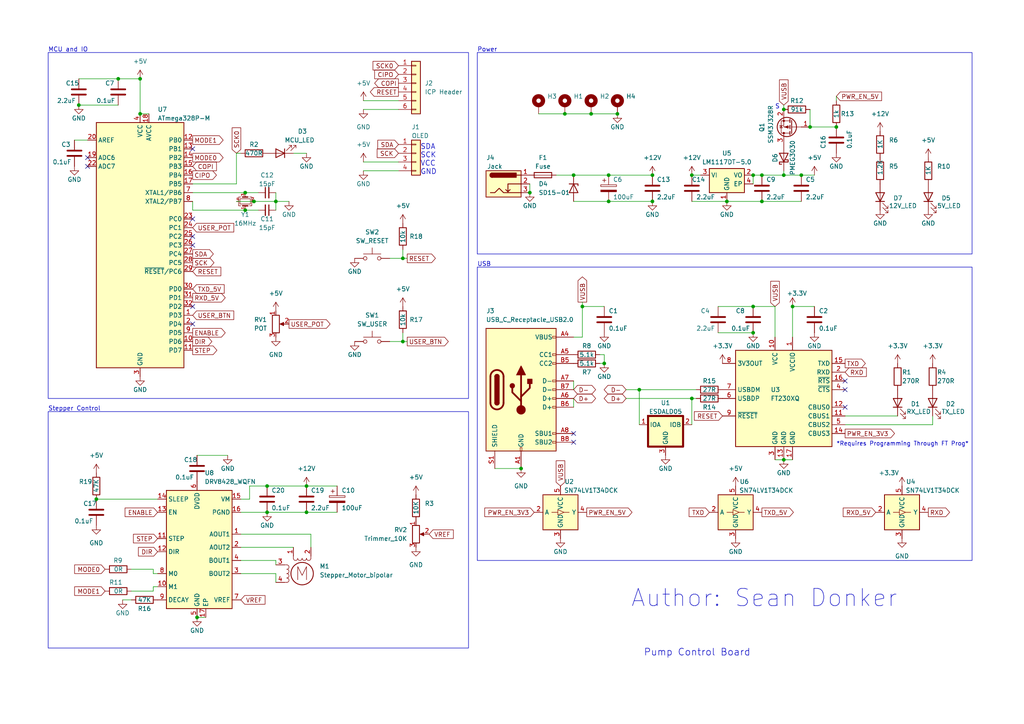
<source format=kicad_sch>
(kicad_sch (version 20230121) (generator eeschema)
  (paper "A4")
  (lib_symbols
    (symbol "Connector:Barrel_Jack_Switch_Pin3Ring" (pin_names hide)
      (property "Reference" "J" (at 0 5.334 0))
      (property "Value" "Barrel_Jack_Switch_Pin3Ring" (at 0 -5.08 0))
      (symbol "Barrel_Jack_Switch_Pin3Ring_1_1"
        (pin passive line (at 7.62 2.54 180) (length 2.54) (name "~") (number "1"))
        (pin passive line (at 7.62 0 180) (length 2.54) (name "~") (number "2"))
        (pin passive line (at 7.62 -2.54 180) (length 2.54) (name "~") (number "3"))
      )
    )
    (symbol "Connector:USB_C_Receptacle_USB2.0" (pin_names (offset 1.016))
      (property "Reference" "J" (at -10.16 19.05 0))
      (property "Value" "USB_C_Receptacle_USB2.0" (at 19.05 19.05 0))
      (symbol "USB_C_Receptacle_USB2.0_1_1"
        (pin passive line (at 0 -22.86 90) (length 5.08) (name "GND") (number "A1"))
        (pin passive line (at 0 -22.86 90) (length 5.08) hide (name "GND") (number "A12"))
        (pin passive line (at 15.24 15.24 180) (length 5.08) (name "VBUS") (number "A4"))
        (pin bidirectional line (at 15.24 10.16 180) (length 5.08) (name "CC1") (number "A5"))
        (pin bidirectional line (at 15.24 -2.54 180) (length 5.08) (name "D+") (number "A6"))
        (pin bidirectional line (at 15.24 2.54 180) (length 5.08) (name "D-") (number "A7"))
        (pin bidirectional line (at 15.24 -12.7 180) (length 5.08) (name "SBU1") (number "A8"))
        (pin passive line (at 15.24 15.24 180) (length 5.08) hide (name "VBUS") (number "A9"))
        (pin passive line (at 0 -22.86 90) (length 5.08) hide (name "GND") (number "B1"))
        (pin passive line (at 0 -22.86 90) (length 5.08) hide (name "GND") (number "B12"))
        (pin passive line (at 15.24 15.24 180) (length 5.08) hide (name "VBUS") (number "B4"))
        (pin bidirectional line (at 15.24 7.62 180) (length 5.08) (name "CC2") (number "B5"))
        (pin bidirectional line (at 15.24 -5.08 180) (length 5.08) (name "D+") (number "B6"))
        (pin bidirectional line (at 15.24 0 180) (length 5.08) (name "D-") (number "B7"))
        (pin bidirectional line (at 15.24 -15.24 180) (length 5.08) (name "SBU2") (number "B8"))
        (pin passive line (at 15.24 15.24 180) (length 5.08) hide (name "VBUS") (number "B9"))
        (pin passive line (at -7.62 -22.86 90) (length 5.08) (name "SHIELD") (number "S1"))
      )
    )
    (symbol "Connector_Generic:Conn_01x04" (pin_names (offset 1.016) hide)
      (property "Reference" "J" (at 0 5.08 0))
      (property "Value" "Conn_01x04" (at 0 -7.62 0))
      (symbol "Conn_01x04_1_1"
        (pin passive line (at -5.08 2.54 0) (length 3.81) (name "Pin_1") (number "1"))
        (pin passive line (at -5.08 0 0) (length 3.81) (name "Pin_2") (number "2"))
        (pin passive line (at -5.08 -2.54 0) (length 3.81) (name "Pin_3") (number "3"))
        (pin passive line (at -5.08 -5.08 0) (length 3.81) (name "Pin_4") (number "4"))
      )
    )
    (symbol "Connector_Generic:Conn_01x06" (pin_names (offset 1.016) hide)
      (property "Reference" "J" (at 0 7.62 0))
      (property "Value" "Conn_01x06" (at 0 -10.16 0))
      (symbol "Conn_01x06_1_1"
        (pin passive line (at -5.08 5.08 0) (length 3.81) (name "Pin_1") (number "1"))
        (pin passive line (at -5.08 2.54 0) (length 3.81) (name "Pin_2") (number "2"))
        (pin passive line (at -5.08 0 0) (length 3.81) (name "Pin_3") (number "3"))
        (pin passive line (at -5.08 -2.54 0) (length 3.81) (name "Pin_4") (number "4"))
        (pin passive line (at -5.08 -5.08 0) (length 3.81) (name "Pin_5") (number "5"))
        (pin passive line (at -5.08 -7.62 0) (length 3.81) (name "Pin_6") (number "6"))
      )
    )
    (symbol "Device:C" (pin_numbers hide) (pin_names (offset 0.254))
      (property "Reference" "C" (at 0.635 2.54 0))
      (property "Value" "C" (at 0.635 -2.54 0))
      (symbol "C_1_1"
        (pin passive line (at 0 3.81 270) (length 2.794) (name "~") (number "1"))
        (pin passive line (at 0 -3.81 90) (length 2.794) (name "~") (number "2"))
      )
    )
    (symbol "Device:C_Polarized" (pin_numbers hide) (pin_names (offset 0.254))
      (property "Reference" "C" (at 0.635 2.54 0))
      (property "Value" "C_Polarized" (at 0.635 -2.54 0))
      (symbol "C_Polarized_1_1"
        (pin passive line (at 0 3.81 270) (length 2.794) (name "~") (number "1"))
        (pin passive line (at 0 -3.81 90) (length 2.794) (name "~") (number "2"))
      )
    )
    (symbol "Device:C_Small" (pin_numbers hide) (pin_names (offset 0.254) hide)
      (property "Reference" "C" (at 0.254 1.778 0))
      (property "Value" "C_Small" (at 0.254 -2.032 0))
      (symbol "C_Small_1_1"
        (pin passive line (at 0 2.54 270) (length 2.032) (name "~") (number "1"))
        (pin passive line (at 0 -2.54 90) (length 2.032) (name "~") (number "2"))
      )
    )
    (symbol "Device:Crystal_GND24_Small" (pin_names (offset 1.016) hide)
      (property "Reference" "Y" (at 1.27 4.445 0))
      (property "Value" "Crystal_GND24_Small" (at 1.27 2.54 0))
      (symbol "Crystal_GND24_Small_1_1"
        (pin passive line (at -2.54 0 0) (length 1.27) (name "1") (number "1"))
        (pin passive line (at 0 -2.54 90) (length 0.635) (name "2") (number "2"))
        (pin passive line (at 2.54 0 180) (length 1.27) (name "3") (number "3"))
        (pin passive line (at 0 2.54 270) (length 0.635) (name "4") (number "4"))
      )
    )
    (symbol "Device:D_Schottky" (pin_numbers hide) (pin_names (offset 1.016) hide)
      (property "Reference" "D" (at 0 2.54 0))
      (property "Value" "D_Schottky" (at 0 -2.54 0))
      (symbol "D_Schottky_1_1"
        (pin passive line (at -3.81 0 0) (length 2.54) (name "K") (number "1"))
        (pin passive line (at 3.81 0 180) (length 2.54) (name "A") (number "2"))
      )
    )
    (symbol "Device:D_Zener" (pin_numbers hide) (pin_names (offset 1.016) hide)
      (property "Reference" "D" (at 0 2.54 0))
      (property "Value" "D_Zener" (at 0 -2.54 0))
      (symbol "D_Zener_1_1"
        (pin passive line (at -3.81 0 0) (length 2.54) (name "K") (number "1"))
        (pin passive line (at 3.81 0 180) (length 2.54) (name "A") (number "2"))
      )
    )
    (symbol "Device:Fuse" (pin_numbers hide) (pin_names (offset 0))
      (property "Reference" "F" (at 2.032 0 90))
      (property "Value" "Fuse" (at -1.905 0 90))
      (symbol "Fuse_1_1"
        (pin passive line (at 0 3.81 270) (length 1.27) (name "~") (number "1"))
        (pin passive line (at 0 -3.81 90) (length 1.27) (name "~") (number "2"))
      )
    )
    (symbol "Device:LED" (pin_numbers hide) (pin_names (offset 1.016) hide)
      (property "Reference" "D" (at 0 2.54 0))
      (property "Value" "LED" (at 0 -2.54 0))
      (symbol "LED_1_1"
        (pin passive line (at -3.81 0 0) (length 2.54) (name "K") (number "1"))
        (pin passive line (at 3.81 0 180) (length 2.54) (name "A") (number "2"))
      )
    )
    (symbol "Device:R" (pin_numbers hide) (pin_names (offset 0))
      (property "Reference" "R" (at 2.032 0 90))
      (property "Value" "R" (at 0 0 90))
      (symbol "R_1_1"
        (pin passive line (at 0 3.81 270) (length 1.27) (name "~") (number "1"))
        (pin passive line (at 0 -3.81 90) (length 1.27) (name "~") (number "2"))
      )
    )
    (symbol "Device:R_Potentiometer" (pin_names (offset 1.016) hide)
      (property "Reference" "RV" (at -4.445 0 90))
      (property "Value" "R_Potentiometer" (at -2.54 0 90))
      (symbol "R_Potentiometer_1_1"
        (pin passive line (at 0 3.81 270) (length 1.27) (name "1") (number "1"))
        (pin passive line (at 3.81 0 180) (length 1.27) (name "2") (number "2"))
        (pin passive line (at 0 -3.81 90) (length 1.27) (name "3") (number "3"))
      )
    )
    (symbol "Donker_Custom:DRV8428_WQFN"
      (property "Reference" "U2" (at 2.1941 19.05 0))
      (property "Value" "DRV8428_WQFN" (at 2.1941 16.51 0))
      (symbol "DRV8428_WQFN_1_1"
        (pin output line (at 12.7 1.27 180) (length 2.54) (name "AOUT1") (number "1"))
        (pin input line (at -11.43 -13.97 0) (length 2.54) (name "M1") (number "10"))
        (pin input line (at -11.43 0 0) (length 2.54) (name "STEP") (number "11"))
        (pin input line (at -11.43 -3.81 0) (length 2.54) (name "DIR") (number "12"))
        (pin bidirectional line (at -11.43 7.62 0) (length 2.54) (name "EN") (number "13"))
        (pin input line (at -11.43 11.43 0) (length 2.54) (name "SLEEP") (number "14"))
        (pin power_in line (at 12.7 11.43 180) (length 2.54) (name "VM") (number "15"))
        (pin power_in line (at 12.7 7.62 180) (length 2.54) (name "PGND") (number "16"))
        (pin passive line (at 2.54 -22.86 90) (length 2.54) (name "EP") (number "17"))
        (pin output line (at 12.7 -2.54 180) (length 2.54) (name "AOUT2") (number "2"))
        (pin output line (at 12.7 -10.16 180) (length 2.54) (name "BOUT2") (number "3"))
        (pin output line (at 12.7 -6.35 180) (length 2.54) (name "BOUT1") (number "4"))
        (pin power_in line (at 0 -22.86 90) (length 2.54) (name "GND") (number "5"))
        (pin power_in line (at 0 16.51 270) (length 2.54) (name "DVDD") (number "6"))
        (pin input line (at 12.7 -17.78 180) (length 2.54) (name "VREF") (number "7"))
        (pin input line (at -11.43 -10.16 0) (length 2.54) (name "M0") (number "8"))
        (pin input line (at -11.43 -17.78 0) (length 2.54) (name "DECAY") (number "9"))
      )
    )
    (symbol "Donker_Custom:ESDALD05"
      (property "Reference" "U" (at 0 5.715 0))
      (property "Value" "ESDALD05" (at 0 3.81 0))
      (symbol "ESDALD05_1_1"
        (pin input line (at -7.62 0 0) (length 2.54) (name "IOA") (number "1"))
        (pin input line (at 7.62 0 180) (length 2.54) (name "IOB") (number "2"))
        (pin power_in line (at 0 -8.89 90) (length 2.54) (name "GND") (number "3"))
      )
    )
    (symbol "Interface_USB:FT230XQ"
      (property "Reference" "U" (at -13.97 15.24 0))
      (property "Value" "FT230XQ" (at 7.62 15.24 0))
      (symbol "FT230XQ_1_1"
        (pin power_in line (at 2.54 17.78 270) (length 3.81) (name "VCCIO") (number "1"))
        (pin power_in line (at -2.54 17.78 270) (length 3.81) (name "VCC") (number "10"))
        (pin bidirectional line (at 17.78 -5.08 180) (length 3.81) (name "CBUS1") (number "11"))
        (pin bidirectional line (at 17.78 -2.54 180) (length 3.81) (name "CBUS0") (number "12"))
        (pin power_in line (at 0 -17.78 90) (length 3.81) (name "GND") (number "13"))
        (pin bidirectional line (at 17.78 -10.16 180) (length 3.81) (name "CBUS3") (number "14"))
        (pin output line (at 17.78 10.16 180) (length 3.81) (name "TXD") (number "15"))
        (pin output line (at 17.78 5.08 180) (length 3.81) (name "~{RTS}") (number "16"))
        (pin power_in line (at 2.54 -17.78 90) (length 3.81) (name "GND") (number "17"))
        (pin input line (at 17.78 7.62 180) (length 3.81) (name "RXD") (number "2"))
        (pin power_in line (at -2.54 -17.78 90) (length 3.81) (name "GND") (number "3"))
        (pin input line (at 17.78 2.54 180) (length 3.81) (name "~{CTS}") (number "4"))
        (pin bidirectional line (at 17.78 -7.62 180) (length 3.81) (name "CBUS2") (number "5"))
        (pin bidirectional line (at -17.78 0 0) (length 3.81) (name "USBDP") (number "6"))
        (pin bidirectional line (at -17.78 2.54 0) (length 3.81) (name "USBDM") (number "7"))
        (pin power_out line (at -17.78 10.16 0) (length 3.81) (name "3V3OUT") (number "8"))
        (pin input line (at -17.78 -5.08 0) (length 3.81) (name "~{RESET}") (number "9"))
      )
    )
    (symbol "Logic_LevelTranslator:SN74LV1T34DCK"
      (property "Reference" "U" (at 5.08 6.35 0))
      (property "Value" "SN74LV1T34DCK" (at 5.08 3.81 0))
      (symbol "SN74LV1T34DCK_1_1"
        (pin no_connect line (at -5.08 2.54 0) (length 2.54) hide (name "NC") (number "1"))
        (pin input line (at -7.62 0 0) (length 2.54) (name "A") (number "2"))
        (pin power_in line (at 0 -7.62 90) (length 2.54) (name "GND") (number "3"))
        (pin output line (at 7.62 0 180) (length 2.54) (name "Y") (number "4"))
        (pin power_in line (at 0 7.62 270) (length 2.54) (name "VCC") (number "5"))
      )
    )
    (symbol "MCU_Microchip_ATmega:ATmega328P-M"
      (property "Reference" "U" (at -12.7 36.83 0))
      (property "Value" "ATmega328P-M" (at 2.54 -36.83 0))
      (symbol "ATmega328P-M_1_1"
        (pin bidirectional line (at 15.24 -20.32 180) (length 2.54) (name "PD3") (number "1"))
        (pin bidirectional line (at 15.24 -27.94 180) (length 2.54) (name "PD6") (number "10"))
        (pin bidirectional line (at 15.24 -30.48 180) (length 2.54) (name "PD7") (number "11"))
        (pin bidirectional line (at 15.24 30.48 180) (length 2.54) (name "PB0") (number "12"))
        (pin bidirectional line (at 15.24 27.94 180) (length 2.54) (name "PB1") (number "13"))
        (pin bidirectional line (at 15.24 25.4 180) (length 2.54) (name "PB2") (number "14"))
        (pin bidirectional line (at 15.24 22.86 180) (length 2.54) (name "PB3") (number "15"))
        (pin bidirectional line (at 15.24 20.32 180) (length 2.54) (name "PB4") (number "16"))
        (pin bidirectional line (at 15.24 17.78 180) (length 2.54) (name "PB5") (number "17"))
        (pin power_in line (at 2.54 38.1 270) (length 2.54) (name "AVCC") (number "18"))
        (pin input line (at -15.24 25.4 0) (length 2.54) (name "ADC6") (number "19"))
        (pin bidirectional line (at 15.24 -22.86 180) (length 2.54) (name "PD4") (number "2"))
        (pin passive line (at -15.24 30.48 0) (length 2.54) (name "AREF") (number "20"))
        (pin passive line (at 0 -38.1 90) (length 2.54) hide (name "GND") (number "21"))
        (pin input line (at -15.24 22.86 0) (length 2.54) (name "ADC7") (number "22"))
        (pin bidirectional line (at 15.24 7.62 180) (length 2.54) (name "PC0") (number "23"))
        (pin bidirectional line (at 15.24 5.08 180) (length 2.54) (name "PC1") (number "24"))
        (pin bidirectional line (at 15.24 2.54 180) (length 2.54) (name "PC2") (number "25"))
        (pin bidirectional line (at 15.24 0 180) (length 2.54) (name "PC3") (number "26"))
        (pin bidirectional line (at 15.24 -2.54 180) (length 2.54) (name "PC4") (number "27"))
        (pin bidirectional line (at 15.24 -5.08 180) (length 2.54) (name "PC5") (number "28"))
        (pin bidirectional line (at 15.24 -7.62 180) (length 2.54) (name "~{RESET}/PC6") (number "29"))
        (pin power_in line (at 0 -38.1 90) (length 2.54) (name "GND") (number "3"))
        (pin bidirectional line (at 15.24 -12.7 180) (length 2.54) (name "PD0") (number "30"))
        (pin bidirectional line (at 15.24 -15.24 180) (length 2.54) (name "PD1") (number "31"))
        (pin bidirectional line (at 15.24 -17.78 180) (length 2.54) (name "PD2") (number "32"))
        (pin passive line (at 0 -38.1 90) (length 2.54) hide (name "GND") (number "33"))
        (pin power_in line (at 0 38.1 270) (length 2.54) (name "VCC") (number "4"))
        (pin passive line (at 0 -38.1 90) (length 2.54) hide (name "GND") (number "5"))
        (pin passive line (at 0 38.1 270) (length 2.54) hide (name "VCC") (number "6"))
        (pin bidirectional line (at 15.24 15.24 180) (length 2.54) (name "XTAL1/PB6") (number "7"))
        (pin bidirectional line (at 15.24 12.7 180) (length 2.54) (name "XTAL2/PB7") (number "8"))
        (pin bidirectional line (at 15.24 -25.4 180) (length 2.54) (name "PD5") (number "9"))
      )
    )
    (symbol "Mechanical:MountingHole_Pad" (pin_numbers hide) (pin_names (offset 1.016) hide)
      (property "Reference" "H" (at 0 6.35 0))
      (property "Value" "MountingHole_Pad" (at 0 4.445 0))
      (symbol "MountingHole_Pad_1_1"
        (pin input line (at 0 -2.54 90) (length 2.54) (name "1") (number "1"))
      )
    )
    (symbol "Motor:Stepper_Motor_bipolar" (pin_names (offset 0) hide)
      (property "Reference" "M" (at 3.81 2.54 0))
      (property "Value" "Stepper_Motor_bipolar" (at 3.81 1.27 0))
      (symbol "Stepper_Motor_bipolar_1_1"
        (pin passive line (at -2.54 7.62 270) (length 2.54) (name "~") (number "1"))
        (pin passive line (at 2.54 7.62 270) (length 2.54) (name "-") (number "2"))
        (pin passive line (at -7.62 2.54 0) (length 2.54) (name "~") (number "3"))
        (pin passive line (at -7.62 -2.54 0) (length 2.54) (name "~") (number "4"))
      )
    )
    (symbol "Regulator_Linear:LM1117DT-5.0"
      (property "Reference" "U5" (at 0 6.35 0))
      (property "Value" "LM1117DT-5.0" (at 0 3.81 0))
      (symbol "LM1117DT-5.0_1_1"
        (pin power_in line (at 0 -7.62 90) (length 2.54) (name "GND") (number "1"))
        (pin power_out line (at 7.62 0 180) (length 2.54) (name "VO") (number "2"))
        (pin power_in line (at -7.62 0 0) (length 2.54) (name "VI") (number "3"))
        (pin passive line (at 7.62 -2.54 180) (length 2.54) (name "EP") (number "4"))
      )
    )
    (symbol "Switch:SW_Push" (pin_numbers hide) (pin_names (offset 1.016) hide)
      (property "Reference" "SW" (at 1.27 2.54 0))
      (property "Value" "SW_Push" (at 0 -1.524 0))
      (symbol "SW_Push_0_1"
        (pin passive line (at -5.08 0 0) (length 2.54) (name "1") (number "1"))
        (pin passive line (at 5.08 0 180) (length 2.54) (name "2") (number "2"))
      )
    )
    (symbol "Transistor_FET:AO3401A" (pin_names hide)
      (property "Reference" "Q" (at 5.08 1.905 0))
      (property "Value" "AO3401A" (at 5.08 0 0))
      (symbol "AO3401A_1_1"
        (pin input line (at -5.08 0 0) (length 2.54) (name "G") (number "1"))
        (pin passive line (at 2.54 -5.08 90) (length 2.54) (name "S") (number "2"))
        (pin passive line (at 2.54 5.08 270) (length 2.54) (name "D") (number "3"))
      )
    )
    (symbol "power:+12V" (power) (pin_names (offset 0))
      (property "Value" "+12V" (at 0 3.556 0))
      (symbol "+12V_1_1"
        (pin power_in line (at 0 0 90) (length 0) hide (name "+12V") (number "1"))
      )
    )
    (symbol "power:+3.3V" (power) (pin_names (offset 0))
      (property "Value" "+3.3V" (at 0 3.556 0))
      (symbol "+3.3V_1_1"
        (pin power_in line (at 0 0 90) (length 0) hide (name "+3.3V") (number "1"))
      )
    )
    (symbol "power:+5V" (power) (pin_names (offset 0))
      (property "Value" "+5V" (at 0 3.556 0))
      (symbol "+5V_1_1"
        (pin power_in line (at 0 0 90) (length 0) hide (name "+5V") (number "1"))
      )
    )
    (symbol "power:GND" (power) (pin_names (offset 0))
      (property "Value" "GND" (at 0 -3.81 0))
      (symbol "GND_1_1"
        (pin power_in line (at 0 0 270) (length 0) hide (name "GND") (number "1"))
      )
    )
  )
  (junction (at 73.66 58.42))
  (junction (at 210.82 58.42))
  (junction (at 153.67 55.88))
  (junction (at 220.98 50.8))
  (junction (at 168.91 88.9))
  (junction (at 176.53 50.8))
  (junction (at 175.26 105.41))
  (junction (at 227.33 31.75))
  (junction (at 218.44 50.8))
  (junction (at 71.12 55.88))
  (junction (at 88.9 140.97))
  (junction (at 116.84 99.06))
  (junction (at 227.33 133.35))
  (junction (at 189.23 58.42))
  (junction (at 218.44 96.52))
  (junction (at 34.29 22.86))
  (junction (at 200.66 115.57))
  (junction (at 220.98 58.42))
  (junction (at 234.95 36.83))
  (junction (at 218.44 88.9))
  (junction (at 200.66 50.8))
  (junction (at 77.47 140.97))
  (junction (at 166.37 50.8))
  (junction (at 242.57 36.83))
  (junction (at 179.07 33.02))
  (junction (at 163.83 33.02))
  (junction (at 232.41 50.8))
  (junction (at 22.86 30.48))
  (junction (at 40.64 33.02))
  (junction (at 88.9 148.59))
  (junction (at 80.01 58.42))
  (junction (at 189.23 50.8))
  (junction (at 227.33 50.8))
  (junction (at 176.53 58.42))
  (junction (at 185.42 113.03))
  (junction (at 151.13 135.89))
  (junction (at 27.94 144.78))
  (junction (at 71.12 60.96))
  (junction (at 40.64 22.86))
  (junction (at 57.15 179.07))
  (junction (at 116.84 74.93))
  (junction (at 77.47 148.59))
  (junction (at 171.45 33.02))
  (junction (at 229.87 88.9))
  (no_connect (at 55.88 93.98))
  (no_connect (at 25.4 45.72))
  (no_connect (at 55.88 68.58))
  (no_connect (at 55.88 71.12))
  (no_connect (at 245.11 110.49))
  (no_connect (at 25.4 48.26))
  (no_connect (at 245.11 113.03))
  (no_connect (at 55.88 43.18))
  (no_connect (at 55.88 88.9))
  (no_connect (at 166.37 128.27))
  (no_connect (at 166.37 125.73))
  (no_connect (at 55.88 63.5))
  (no_connect (at 245.11 118.11))
  (wire (pts (xy 80.01 58.42) (xy 80.01 60.96)))
  (wire (pts (xy 173.99 105.41) (xy 175.26 105.41)))
  (wire (pts (xy 161.29 50.8) (xy 166.37 50.8)))
  (wire (pts (xy 27.94 144.78) (xy 45.72 144.78)))
  (wire (pts (xy 45.72 170.18) (xy 44.45 170.18)))
  (wire (pts (xy 105.41 29.21) (xy 115.57 29.21)))
  (wire (pts (xy 44.45 166.37) (xy 45.72 166.37)))
  (wire (pts (xy 80.01 55.88) (xy 80.01 58.42)))
  (wire (pts (xy 68.58 58.42) (xy 73.66 58.42)))
  (wire (pts (xy 185.42 113.03) (xy 181.61 113.03)))
  (wire (pts (xy 224.79 133.35) (xy 227.33 133.35)))
  (wire (pts (xy 245.11 120.65) (xy 260.35 120.65)))
  (wire (pts (xy 44.45 170.18) (xy 44.45 171.45)))
  (wire (pts (xy 105.41 31.75) (xy 115.57 31.75)))
  (wire (pts (xy 71.12 55.88) (xy 74.93 55.88)))
  (wire (pts (xy 105.41 49.53) (xy 115.57 49.53)))
  (wire (pts (xy 57.15 179.07) (xy 59.69 179.07)))
  (wire (pts (xy 69.85 162.56) (xy 80.01 162.56)))
  (wire (pts (xy 227.33 50.8) (xy 232.41 50.8)))
  (wire (pts (xy 34.29 22.86) (xy 40.64 22.86)))
  (wire (pts (xy 208.28 96.52) (xy 218.44 96.52)))
  (wire (pts (xy 68.58 44.45) (xy 68.58 53.34)))
  (wire (pts (xy 85.09 44.45) (xy 88.9 44.45)))
  (wire (pts (xy 166.37 50.8) (xy 176.53 50.8)))
  (wire (pts (xy 143.51 135.89) (xy 151.13 135.89)))
  (wire (pts (xy 73.66 58.42) (xy 80.01 58.42)))
  (wire (pts (xy 200.66 115.57) (xy 201.93 115.57)))
  (wire (pts (xy 163.83 33.02) (xy 171.45 33.02)))
  (wire (pts (xy 153.67 53.34) (xy 153.67 55.88)))
  (wire (pts (xy 68.58 53.34) (xy 55.88 53.34)))
  (wire (pts (xy 166.37 58.42) (xy 176.53 58.42)))
  (wire (pts (xy 229.87 88.9) (xy 229.87 97.79)))
  (wire (pts (xy 116.84 96.52) (xy 116.84 99.06)))
  (wire (pts (xy 171.45 33.02) (xy 179.07 33.02)))
  (wire (pts (xy 245.11 123.19) (xy 270.51 123.19)))
  (wire (pts (xy 229.87 88.9) (xy 236.22 88.9)))
  (wire (pts (xy 22.86 22.86) (xy 34.29 22.86)))
  (wire (pts (xy 166.37 115.57) (xy 166.37 118.11)))
  (wire (pts (xy 156.21 33.02) (xy 163.83 33.02)))
  (wire (pts (xy 220.98 50.8) (xy 227.33 50.8)))
  (wire (pts (xy 200.66 58.42) (xy 210.82 58.42)))
  (wire (pts (xy 40.64 33.02) (xy 43.18 33.02)))
  (wire (pts (xy 80.01 166.37) (xy 80.01 168.91)))
  (wire (pts (xy 168.91 88.9) (xy 175.26 88.9)))
  (wire (pts (xy 22.86 30.48) (xy 34.29 30.48)))
  (wire (pts (xy 71.12 60.96) (xy 74.93 60.96)))
  (wire (pts (xy 77.47 148.59) (xy 88.9 148.59)))
  (wire (pts (xy 224.79 88.9) (xy 224.79 97.79)))
  (wire (pts (xy 227.33 30.48) (xy 227.33 31.75)))
  (wire (pts (xy 218.44 50.8) (xy 220.98 50.8)))
  (wire (pts (xy 69.85 148.59) (xy 77.47 148.59)))
  (wire (pts (xy 208.28 88.9) (xy 218.44 88.9)))
  (wire (pts (xy 176.53 50.8) (xy 189.23 50.8)))
  (wire (pts (xy 88.9 148.59) (xy 97.79 148.59)))
  (wire (pts (xy 90.17 154.94) (xy 90.17 158.75)))
  (wire (pts (xy 105.41 46.99) (xy 115.57 46.99)))
  (wire (pts (xy 69.85 144.78) (xy 72.39 144.78)))
  (wire (pts (xy 181.61 115.57) (xy 200.66 115.57)))
  (wire (pts (xy 242.57 27.94) (xy 242.57 29.21)))
  (wire (pts (xy 68.58 44.45) (xy 69.85 44.45)))
  (wire (pts (xy 113.03 74.93) (xy 116.84 74.93)))
  (wire (pts (xy 44.45 171.45) (xy 38.1 171.45)))
  (wire (pts (xy 55.88 55.88) (xy 71.12 55.88)))
  (wire (pts (xy 113.03 99.06) (xy 116.84 99.06)))
  (wire (pts (xy 72.39 144.78) (xy 72.39 140.97)))
  (wire (pts (xy 21.59 40.64) (xy 25.4 40.64)))
  (wire (pts (xy 40.64 22.86) (xy 40.64 33.02)))
  (wire (pts (xy 218.44 88.9) (xy 224.79 88.9)))
  (wire (pts (xy 116.84 99.06) (xy 118.11 99.06)))
  (wire (pts (xy 38.1 165.1) (xy 44.45 165.1)))
  (wire (pts (xy 44.45 165.1) (xy 44.45 166.37)))
  (wire (pts (xy 35.56 173.99) (xy 38.1 173.99)))
  (wire (pts (xy 210.82 58.42) (xy 220.98 58.42)))
  (wire (pts (xy 80.01 162.56) (xy 80.01 163.83)))
  (wire (pts (xy 200.66 123.19) (xy 200.66 115.57)))
  (wire (pts (xy 69.85 158.75) (xy 85.09 158.75)))
  (wire (pts (xy 175.26 102.87) (xy 175.26 105.41)))
  (wire (pts (xy 116.84 72.39) (xy 116.84 74.93)))
  (wire (pts (xy 232.41 50.8) (xy 236.22 50.8)))
  (wire (pts (xy 55.88 60.96) (xy 71.12 60.96)))
  (wire (pts (xy 166.37 110.49) (xy 166.37 113.03)))
  (wire (pts (xy 72.39 140.97) (xy 77.47 140.97)))
  (wire (pts (xy 168.91 88.9) (xy 168.91 97.79)))
  (wire (pts (xy 234.95 36.83) (xy 242.57 36.83)))
  (wire (pts (xy 77.47 140.97) (xy 88.9 140.97)))
  (wire (pts (xy 220.98 58.42) (xy 232.41 58.42)))
  (wire (pts (xy 176.53 58.42) (xy 189.23 58.42)))
  (wire (pts (xy 227.33 133.35) (xy 229.87 133.35)))
  (wire (pts (xy 185.42 123.19) (xy 185.42 113.03)))
  (wire (pts (xy 227.33 49.53) (xy 227.33 50.8)))
  (wire (pts (xy 270.51 120.65) (xy 270.51 123.19)))
  (wire (pts (xy 168.91 87.63) (xy 168.91 88.9)))
  (wire (pts (xy 175.26 102.87) (xy 173.99 102.87)))
  (wire (pts (xy 88.9 140.97) (xy 97.79 140.97)))
  (wire (pts (xy 69.85 154.94) (xy 90.17 154.94)))
  (wire (pts (xy 234.95 31.75) (xy 234.95 36.83)))
  (wire (pts (xy 218.44 50.8) (xy 218.44 53.34)))
  (wire (pts (xy 116.84 74.93) (xy 118.11 74.93)))
  (wire (pts (xy 80.01 58.42) (xy 83.82 58.42)))
  (wire (pts (xy 57.15 132.08) (xy 66.04 132.08)))
  (wire (pts (xy 200.66 50.8) (xy 203.2 50.8)))
  (wire (pts (xy 55.88 58.42) (xy 55.88 60.96)))
  (wire (pts (xy 185.42 113.03) (xy 201.93 113.03)))
  (wire (pts (xy 166.37 97.79) (xy 168.91 97.79)))
  (wire (pts (xy 69.85 166.37) (xy 80.01 166.37)))
  (rectangle (start 138.43 15.24) (end 281.94 73.66))
  (rectangle (start 13.97 15.24) (end 135.89 115.57))
  (rectangle (start 138.43 77.47) (end 281.94 162.56))
  (rectangle (start 13.97 119.38) (end 135.89 187.96))
  (text "S" (at 224.79 31.75 0) (effects (font (size 1.27 1.27)) (justify left bottom)))
  (text "Author: Sean Donker" (at 182.88 176.53 0) (effects (font (size 5 5)) (justify left bottom)))
  (text "SDA\nSCK\nVCC\nGND" (at 121.92 50.8 0) (effects (font (size 1.5 1.5)) (justify left bottom)))
  (text "USB" (at 138.43 77.47 0) (effects (font (size 1.27 1.27)) (justify left bottom)))
  (text "MCU and IO" (at 13.97 15.24 0) (effects (font (size 1.27 1.27)) (justify left bottom)))
  (text "Stepper Control" (at 13.97 119.38 0) (effects (font (size 1.27 1.27)) (justify left bottom)))
  (text "Power" (at 138.43 15.24 0) (effects (font (size 1.27 1.27)) (justify left bottom)))
  (text "Pump Control Board" (at 186.69 190.5 0) (effects (font (size 2 2)) (justify left bottom)))
  (text "*Requires Programming Through FT Prog*" (at 242.57 129.54 0) (effects (font (size 1.2 1.2)) (justify left bottom)))
  (global_label "MODE0" (shape output) (at 55.88 45.72 0) (property "Intersheetrefs" "${INTERSHEET_REFS}" (effects hide)))
  (global_label "USER_POT" (shape input) (at 55.88 66.04 0) (property "Intersheetrefs" "${INTERSHEET_REFS}" (effects hide)))
  (global_label "TXD_5V" (shape output) (at 220.98 148.59 0) (property "Intersheetrefs" "${INTERSHEET_REFS}" (effects hide)))
  (global_label "PWR_EN_3V3" (shape output) (at 245.11 125.73 0) (property "Intersheetrefs" "${INTERSHEET_REFS}" (effects hide)))
  (global_label "TXD" (shape input) (at 205.74 148.59 180) (property "Intersheetrefs" "${INTERSHEET_REFS}" (effects hide)))
  (global_label "VUSB" (shape input) (at 162.56 140.97 90) (property "Intersheetrefs" "${INTERSHEET_REFS}" (effects hide)))
  (global_label "SCK0" (shape input) (at 115.57 19.05 180) (property "Intersheetrefs" "${INTERSHEET_REFS}" (effects hide)))
  (global_label "VUSB" (shape input) (at 224.79 88.9 90) (property "Intersheetrefs" "${INTERSHEET_REFS}" (effects hide)))
  (global_label "STEP" (shape output) (at 55.88 101.6 0) (property "Intersheetrefs" "${INTERSHEET_REFS}" (effects hide)))
  (global_label "MODE1" (shape input) (at 30.48 171.45 180) (property "Intersheetrefs" "${INTERSHEET_REFS}" (effects hide)))
  (global_label "SCK0" (shape input) (at 68.58 44.45 90) (property "Intersheetrefs" "${INTERSHEET_REFS}" (effects hide)))
  (global_label "RESET" (shape output) (at 118.11 74.93 0) (property "Intersheetrefs" "${INTERSHEET_REFS}" (effects hide)))
  (global_label "D+" (shape bidirectional) (at 181.61 115.57 180) (property "Intersheetrefs" "${INTERSHEET_REFS}" (effects hide)))
  (global_label "D-" (shape bidirectional) (at 166.37 113.03 0) (property "Intersheetrefs" "${INTERSHEET_REFS}" (effects hide)))
  (global_label "PWR_EN_3V3" (shape input) (at 154.94 148.59 180) (property "Intersheetrefs" "${INTERSHEET_REFS}" (effects hide)))
  (global_label "MODE1" (shape output) (at 55.88 40.64 0) (property "Intersheetrefs" "${INTERSHEET_REFS}" (effects hide)))
  (global_label "RXD" (shape input) (at 245.11 107.95 0) (property "Intersheetrefs" "${INTERSHEET_REFS}" (effects hide)))
  (global_label "TXD_5V" (shape input) (at 55.88 83.82 0) (property "Intersheetrefs" "${INTERSHEET_REFS}" (effects hide)))
  (global_label "MODE0" (shape input) (at 30.48 165.1 180) (property "Intersheetrefs" "${INTERSHEET_REFS}" (effects hide)))
  (global_label "CIPO" (shape input) (at 115.57 21.59 180) (property "Intersheetrefs" "${INTERSHEET_REFS}" (effects hide)))
  (global_label "STEP" (shape input) (at 45.72 156.21 180) (property "Intersheetrefs" "${INTERSHEET_REFS}" (effects hide)))
  (global_label "PWR_EN_5V" (shape output) (at 170.18 148.59 0) (property "Intersheetrefs" "${INTERSHEET_REFS}" (effects hide)))
  (global_label "SCK" (shape input) (at 115.57 44.45 180) (property "Intersheetrefs" "${INTERSHEET_REFS}" (effects hide)))
  (global_label "COPI" (shape output) (at 115.57 24.13 180) (property "Intersheetrefs" "${INTERSHEET_REFS}" (effects hide)))
  (global_label "RXD" (shape output) (at 269.24 148.59 0) (property "Intersheetrefs" "${INTERSHEET_REFS}" (effects hide)))
  (global_label "RESET" (shape input) (at 209.55 120.65 180) (property "Intersheetrefs" "${INTERSHEET_REFS}" (effects hide)))
  (global_label "DIR" (shape output) (at 55.88 99.06 0) (property "Intersheetrefs" "${INTERSHEET_REFS}" (effects hide)))
  (global_label "CIPO" (shape output) (at 55.88 50.8 0) (property "Intersheetrefs" "${INTERSHEET_REFS}" (effects hide)))
  (global_label "VREF" (shape input) (at 69.85 173.99 0) (property "Intersheetrefs" "${INTERSHEET_REFS}" (effects hide)))
  (global_label "RESET" (shape output) (at 115.57 26.67 180) (property "Intersheetrefs" "${INTERSHEET_REFS}" (effects hide)))
  (global_label "SDA" (shape input) (at 115.57 41.91 180) (property "Intersheetrefs" "${INTERSHEET_REFS}" (effects hide)))
  (global_label "VREF" (shape input) (at 124.46 154.94 0) (property "Intersheetrefs" "${INTERSHEET_REFS}" (effects hide)))
  (global_label "COPI" (shape input) (at 55.88 48.26 0) (property "Intersheetrefs" "${INTERSHEET_REFS}" (effects hide)))
  (global_label "USER_POT" (shape output) (at 83.82 93.98 0) (property "Intersheetrefs" "${INTERSHEET_REFS}" (effects hide)))
  (global_label "VUSB" (shape output) (at 168.91 87.63 90) (property "Intersheetrefs" "${INTERSHEET_REFS}" (effects hide)))
  (global_label "D-" (shape bidirectional) (at 181.61 113.03 180) (property "Intersheetrefs" "${INTERSHEET_REFS}" (effects hide)))
  (global_label "DIR" (shape input) (at 45.72 160.02 180) (property "Intersheetrefs" "${INTERSHEET_REFS}" (effects hide)))
  (global_label "USER_BTN" (shape input) (at 55.88 91.44 0) (property "Intersheetrefs" "${INTERSHEET_REFS}" (effects hide)))
  (global_label "ENABLE" (shape input) (at 45.72 148.59 180) (property "Intersheetrefs" "${INTERSHEET_REFS}" (effects hide)))
  (global_label "SCK" (shape output) (at 55.88 76.2 0) (property "Intersheetrefs" "${INTERSHEET_REFS}" (effects hide)))
  (global_label "ENABLE" (shape output) (at 55.88 96.52 0) (property "Intersheetrefs" "${INTERSHEET_REFS}" (effects hide)))
  (global_label "RESET" (shape input) (at 55.88 78.74 0) (property "Intersheetrefs" "${INTERSHEET_REFS}" (effects hide)))
  (global_label "RXD_5V" (shape output) (at 55.88 86.36 0) (property "Intersheetrefs" "${INTERSHEET_REFS}" (effects hide)))
  (global_label "VUSB" (shape input) (at 227.33 30.48 90) (property "Intersheetrefs" "${INTERSHEET_REFS}" (effects hide)))
  (global_label "D+" (shape bidirectional) (at 166.37 115.57 0) (property "Intersheetrefs" "${INTERSHEET_REFS}" (effects hide)))
  (global_label "PWR_EN_5V" (shape input) (at 242.57 27.94 0) (property "Intersheetrefs" "${INTERSHEET_REFS}" (effects hide)))
  (global_label "TXD" (shape output) (at 245.11 105.41 0) (property "Intersheetrefs" "${INTERSHEET_REFS}" (effects hide)))
  (global_label "SDA" (shape output) (at 55.88 73.66 0) (property "Intersheetrefs" "${INTERSHEET_REFS}" (effects hide)))
  (global_label "USER_BTN" (shape output) (at 118.11 99.06 0) (property "Intersheetrefs" "${INTERSHEET_REFS}" (effects hide)))
  (global_label "RXD_5V" (shape input) (at 254 148.59 180) (property "Intersheetrefs" "${INTERSHEET_REFS}" (effects hide)))
  (symbol (lib_id "power:GND") (at 83.82 58.42 0) (unit 1)
    (property "Reference" "#PWR013" (effects hide))
    (property "Value" "GND" (at 83.82 62.23 0))
  )
  (symbol (lib_id "power:+5V") (at 236.22 50.8 0) (unit 1)
    (property "Reference" "#PWR043" (effects hide))
    (property "Value" "+5V" (at 236.22 45.72 0))
  )
  (symbol (lib_id "Device:R") (at 116.84 92.71 0) (unit 1)
    (property "Reference" "R17" (at 118.745 92.71 0) (effects (justify left)))
    (property "Value" "10k" (at 116.84 94.615 90) (effects (justify left)))
    (property "Footprint" "Resistor_SMD:R_0603_1608Metric_Pad0.98x0.95mm_HandSolder" (effects hide))
  )
  (symbol (lib_id "Device:R") (at 73.66 44.45 90) (unit 1)
    (property "Reference" "R2" (at 73.66 41.91 90))
    (property "Value" "470R" (at 73.66 44.45 90))
    (property "Footprint" "Resistor_SMD:R_0603_1608Metric_Pad0.98x0.95mm_HandSolder" (effects hide))
  )
  (symbol (lib_id "Motor:Stepper_Motor_bipolar") (at 87.63 166.37 0) (unit 1)
    (property "Reference" "M1" (at 92.71 164.2491 0) (effects (justify left)))
    (property "Value" "Stepper_Motor_bipolar" (at 92.71 166.7891 0) (effects (justify left)))
    (property "Footprint" "Connector_JST:JST_XH_B4B-XH-A_1x04_P2.50mm_Vertical" (effects hide))
    (property "Datasheet" "http://www.infineon.com/dgdl/Application-Note-TLE8110EE_driving_UniPolarStepperMotor_V1.1.pdf?fileId=db3a30431be39b97011be5d0aa0a00b0" (effects hide))
  )
  (symbol (lib_id "power:GND") (at 242.57 44.45 0) (unit 1)
    (property "Reference" "#PWR045" (effects hide))
    (property "Value" "GND" (at 242.57 48.26 0))
  )
  (symbol (lib_id "power:GND") (at 105.41 49.53 0) (unit 1)
    (property "Reference" "#PWR021" (effects hide))
    (property "Value" "GND" (at 105.41 53.34 0))
  )
  (symbol (lib_id "Connector:Barrel_Jack_Switch_Pin3Ring") (at 146.05 53.34 0) (unit 1)
    (property "Reference" "J4" (at 142.24 45.72 0))
    (property "Value" "Jack" (at 143.51 48.26 0))
    (property "Footprint" "Connector_BarrelJack:BarrelJack_GCT_DCJ200-10-A_Horizontal" (effects hide))
  )
  (symbol (lib_id "Donker_Custom:ESDALD05") (at 193.04 123.19 0) (unit 1)
    (property "Reference" "U1" (at 193.04 116.84 0))
    (property "Value" "ESDALD05" (at 193.04 119.38 0))
    (property "Footprint" "Package_TO_SOT_SMD:SOT-23-3" (effects hide))
  )
  (symbol (lib_id "power:GND") (at 175.26 105.41 0) (unit 1)
    (property "Reference" "#PWR030" (effects hide))
    (property "Value" "GND" (at 175.26 109.22 0))
  )
  (symbol (lib_id "Device:R") (at 41.91 173.99 90) (unit 1)
    (property "Reference" "R16" (at 41.91 176.53 90))
    (property "Value" "47K" (at 41.91 173.99 90))
    (property "Footprint" "Resistor_SMD:R_0603_1608Metric_Pad0.98x0.95mm_HandSolder" (effects hide))
  )
  (symbol (lib_id "Device:R") (at 260.35 109.22 180) (unit 1)
    (property "Reference" "R1" (at 261.62 107.95 0) (effects (justify right)))
    (property "Value" "270R" (at 261.62 110.49 0) (effects (justify right)))
    (property "Footprint" "Resistor_SMD:R_0603_1608Metric_Pad0.98x0.95mm_HandSolder" (effects hide))
  )
  (symbol (lib_id "power:GND") (at 35.56 173.99 0) (unit 1)
    (property "Reference" "#PWR05" (effects hide))
    (property "Value" "GND" (at 35.56 177.8 0))
  )
  (symbol (lib_id "power:+5V") (at 80.01 90.17 0) (unit 1)
    (property "Reference" "#PWR011" (effects hide))
    (property "Value" "+5V" (at 80.01 85.09 0))
  )
  (symbol (lib_id "Device:C") (at 189.23 54.61 0) (unit 1)
    (property "Reference" "C13" (at 190.5 52.07 0) (effects (justify left)))
    (property "Value" "2.2uF" (at 190.5 57.15 0) (effects (justify left)))
    (property "Footprint" "Capacitor_SMD:C_0603_1608Metric_Pad1.08x0.95mm_HandSolder" (effects hide))
  )
  (symbol (lib_id "Device:R") (at 270.51 109.22 180) (unit 1)
    (property "Reference" "R4" (at 271.78 107.95 0) (effects (justify right)))
    (property "Value" "270R" (at 271.78 110.49 0) (effects (justify right)))
    (property "Footprint" "Resistor_SMD:R_0603_1608Metric_Pad0.98x0.95mm_HandSolder" (effects hide))
  )
  (symbol (lib_id "power:GND") (at 189.23 58.42 0) (unit 1)
    (property "Reference" "#PWR033" (effects hide))
    (property "Value" "GND" (at 189.23 62.23 0))
  )
  (symbol (lib_id "power:+3.3V") (at 229.87 88.9 0) (unit 1)
    (property "Reference" "#PWR042" (effects hide))
    (property "Value" "+3.3V" (at 231.14 85.09 0))
  )
  (symbol (lib_id "power:GND") (at 66.04 132.08 0) (unit 1)
    (property "Reference" "#PWR09" (effects hide))
    (property "Value" "GND" (at 66.04 135.89 0))
  )
  (symbol (lib_id "Device:R") (at 231.14 31.75 270) (unit 1)
    (property "Reference" "R12" (at 231.14 29.21 90))
    (property "Value" "91k" (at 231.14 31.75 90))
    (property "Footprint" "Resistor_SMD:R_0603_1608Metric_Pad0.98x0.95mm_HandSolder" (effects hide))
  )
  (symbol (lib_id "Device:R") (at 170.18 102.87 90) (unit 1)
    (property "Reference" "R8" (at 170.18 100.33 90))
    (property "Value" "5.1k" (at 170.18 102.87 90))
    (property "Footprint" "Resistor_SMD:R_0603_1608Metric_Pad0.98x0.95mm_HandSolder" (effects hide))
  )
  (symbol (lib_id "Logic_LevelTranslator:SN74LV1T34DCK") (at 261.62 148.59 0) (unit 1)
    (property "Reference" "U4" (at 264.16 139.7 0))
    (property "Value" "SN74LV1T34DCK" (at 270.51 142.24 0))
    (property "Footprint" "Package_TO_SOT_SMD:SOT-353_SC-70-5" (effects hide))
    (property "Datasheet" "https://www.ti.com/lit/ds/symlink/sn74lv1t34.pdf" (effects hide))
  )
  (symbol (lib_id "Connector_Generic:Conn_01x06") (at 120.65 24.13 0) (unit 1)
    (property "Reference" "J2" (at 123.19 24.13 0) (effects (justify left)))
    (property "Value" "ICP Header" (at 123.19 26.67 0) (effects (justify left)))
    (property "Footprint" "Connector_PinHeader_2.54mm:PinHeader_1x06_P2.54mm_Vertical" (effects hide))
  )
  (symbol (lib_id "power:GND") (at 261.62 156.21 0) (unit 1)
    (property "Reference" "#PWR050" (effects hide))
    (property "Value" "GND" (at 261.62 161.29 0))
  )
  (symbol (lib_id "Device:R") (at 269.24 49.53 180) (unit 1)
    (property "Reference" "R10" (at 271.78 48.26 0) (effects (justify right)))
    (property "Value" "1K" (at 269.24 50.8 90) (effects (justify right)))
    (property "Footprint" "Resistor_SMD:R_0603_1608Metric_Pad0.98x0.95mm_HandSolder" (effects hide))
  )
  (symbol (lib_id "Switch:SW_Push") (at 107.95 74.93 0) (unit 1)
    (property "Reference" "SW2" (at 107.95 67.31 0))
    (property "Value" "SW_RESET" (at 107.95 69.85 0))
    (property "Footprint" "Button_Switch_THT:SW_PUSH_6mm" (effects hide))
  )
  (symbol (lib_id "Device:C") (at 242.57 40.64 0) (unit 1)
    (property "Reference" "C16" (at 238.76 43.18 90) (effects (justify left)))
    (property "Value" "0.1uF" (at 246.38 43.18 90) (effects (justify left)))
    (property "Footprint" "Capacitor_SMD:C_0603_1608Metric_Pad1.08x0.95mm_HandSolder" (effects hide))
  )
  (symbol (lib_id "power:GND") (at 80.01 97.79 0) (unit 1)
    (property "Reference" "#PWR012" (effects hide))
    (property "Value" "GND" (at 80.01 102.87 0))
  )
  (symbol (lib_id "Device:C") (at 22.86 26.67 0) (unit 1)
    (property "Reference" "C15" (at 19.05 24.13 0) (effects (justify left)))
    (property "Value" "2.2uF" (at 16.51 29.21 0) (effects (justify left)))
    (property "Footprint" "Capacitor_SMD:C_0603_1608Metric_Pad1.08x0.95mm_HandSolder" (effects hide))
  )
  (symbol (lib_id "Device:C") (at 232.41 54.61 0) (unit 1)
    (property "Reference" "C5" (at 233.68 52.07 0) (effects (justify left)))
    (property "Value" "2.2uF" (at 233.68 57.15 0) (effects (justify left)))
    (property "Footprint" "Capacitor_SMD:C_0603_1608Metric_Pad1.08x0.95mm_HandSolder" (effects hide))
  )
  (symbol (lib_id "power:+5V") (at 116.84 64.77 0) (unit 1)
    (property "Reference" "#PWR022" (effects hide))
    (property "Value" "+5V" (at 116.84 59.69 0))
  )
  (symbol (lib_id "Device:C") (at 175.26 92.71 0) (unit 1)
    (property "Reference" "C1" (at 176.53 90.17 0) (effects (justify left)))
    (property "Value" "0.1uF" (at 176.53 95.25 0) (effects (justify left)))
    (property "Footprint" "Capacitor_SMD:C_0603_1608Metric_Pad1.08x0.95mm_HandSolder" (effects hide))
  )
  (symbol (lib_id "power:GND") (at 255.27 60.96 0) (unit 1)
    (property "Reference" "#PWR047" (effects hide))
    (property "Value" "GND" (at 255.27 64.77 0))
  )
  (symbol (lib_id "power:+3.3V") (at 261.62 140.97 0) (unit 1)
    (property "Reference" "#PWR049" (effects hide))
    (property "Value" "+3.3V" (at 257.81 137.16 0))
  )
  (symbol (lib_id "Device:R") (at 205.74 113.03 90) (unit 1)
    (property "Reference" "R15" (at 205.74 110.49 90))
    (property "Value" "27R" (at 205.74 113.03 90))
    (property "Footprint" "Resistor_SMD:R_0402_1005Metric_Pad0.72x0.64mm_HandSolder" (effects hide))
  )
  (symbol (lib_id "Device:R") (at 242.57 33.02 180) (unit 1)
    (property "Reference" "R13" (at 243.84 33.02 0) (effects (justify right)))
    (property "Value" "1k" (at 242.57 34.29 90) (effects (justify right)))
    (property "Footprint" "Resistor_SMD:R_0603_1608Metric_Pad0.98x0.95mm_HandSolder" (effects hide))
  )
  (symbol (lib_id "power:GND") (at 57.15 179.07 0) (unit 1)
    (property "Reference" "#PWR08" (effects hide))
    (property "Value" "GND" (at 57.15 182.88 0))
  )
  (symbol (lib_id "Switch:SW_Push") (at 107.95 99.06 0) (unit 1)
    (property "Reference" "SW1" (at 107.95 91.44 0))
    (property "Value" "SW_USER" (at 107.95 93.98 0))
    (property "Footprint" "Button_Switch_THT:SW_PUSH-12mm" (effects hide))
  )
  (symbol (lib_id "Device:C") (at 57.15 135.89 0) (unit 1)
    (property "Reference" "C18" (at 53.34 133.35 0) (effects (justify left)))
    (property "Value" "0.1uF" (at 50.8 138.43 0) (effects (justify left)))
    (property "Footprint" "Capacitor_SMD:C_0603_1608Metric_Pad1.08x0.95mm_HandSolder" (effects hide))
  )
  (symbol (lib_id "power:GND") (at 88.9 44.45 0) (unit 1)
    (property "Reference" "#PWR014" (effects hide))
    (property "Value" "GND" (at 88.9 48.26 0))
  )
  (symbol (lib_id "Device:R") (at 116.84 68.58 0) (unit 1)
    (property "Reference" "R18" (at 118.745 68.58 0) (effects (justify left)))
    (property "Value" "10k" (at 116.84 70.485 90) (effects (justify left)))
    (property "Footprint" "Resistor_SMD:R_0603_1608Metric_Pad0.98x0.95mm_HandSolder" (effects hide))
  )
  (symbol (lib_id "Interface_USB:FT230XQ") (at 227.33 115.57 0) (unit 1)
    (property "Reference" "U3" (at 223.52 113.03 0) (effects (justify left)))
    (property "Value" "FT230XQ" (at 223.52 115.57 0) (effects (justify left)))
    (property "Footprint" "Package_DFN_QFN:QFN-16-1EP_4x4mm_P0.65mm_EP2.1x2.1mm" (effects hide))
    (property "Datasheet" "https://www.ftdichip.com/Support/Documents/DataSheets/ICs/DS_FT230X.pdf" (effects hide))
  )
  (symbol (lib_id "Device:LED") (at 255.27 57.15 90) (unit 1)
    (property "Reference" "D7" (at 259.08 57.4675 90) (effects (justify right)))
    (property "Value" "12V_LED" (at 257.81 59.69 90) (effects (justify right)))
    (property "Footprint" "LED_SMD:LED_0805_2012Metric_Pad1.15x1.40mm_HandSolder" (effects hide))
  )
  (symbol (lib_id "Logic_LevelTranslator:SN74LV1T34DCK") (at 162.56 148.59 0) (unit 1)
    (property "Reference" "U2" (at 165.1 139.7 0))
    (property "Value" "SN74LV1T34DCK" (at 171.45 142.24 0))
    (property "Footprint" "Package_TO_SOT_SMD:SOT-353_SC-70-5" (effects hide))
    (property "Datasheet" "https://www.ti.com/lit/ds/symlink/sn74lv1t34.pdf" (effects hide))
  )
  (symbol (lib_id "Regulator_Linear:LM1117DT-5.0") (at 210.82 50.8 0) (unit 1)
    (property "Reference" "U5" (at 210.82 44.45 0))
    (property "Value" "LM1117DT-5.0" (at 210.82 46.99 0))
    (property "Footprint" "Package_TO_SOT_SMD:SOT-223" (effects hide))
    (property "Datasheet" "http://www.ti.com/lit/ds/symlink/lm1117.pdf" (effects hide))
  )
  (symbol (lib_id "Device:R") (at 34.29 171.45 90) (unit 1)
    (property "Reference" "R11" (at 35.56 168.91 90) (effects (justify left)))
    (property "Value" "0R" (at 35.687 171.45 90) (effects (justify left)))
    (property "Footprint" "Resistor_SMD:R_0402_1005Metric" (effects hide))
  )
  (symbol (lib_id "Device:Fuse") (at 157.48 50.8 270) (unit 1)
    (property "Reference" "F1" (at 157.48 45.72 90))
    (property "Value" "Fuse" (at 157.48 48.26 90))
    (property "Footprint" "Fuse:Fuse_1206_3216Metric_Pad1.42x1.75mm_HandSolder" (effects hide))
  )
  (symbol (lib_id "Mechanical:MountingHole_Pad") (at 179.07 30.48 0) (unit 1)
    (property "Reference" "H4" (at 181.61 27.94 0) (effects (justify left)))
    (property "Value" "MountingHole_Pad" (effects hide))
    (property "Footprint" "MountingHole:MountingHole_3.2mm_M3_ISO7380_Pad_TopBottom" (effects hide))
  )
  (symbol (lib_id "power:GND") (at 120.65 158.75 0) (unit 1)
    (property "Reference" "#PWR025" (effects hide))
    (property "Value" "GND" (at 120.65 163.83 0))
  )
  (symbol (lib_id "Device:C") (at 77.47 144.78 0) (unit 1)
    (property "Reference" "C20" (at 78.74 142.24 0) (effects (justify left)))
    (property "Value" "0.1uF" (at 78.74 147.32 0) (effects (justify left)))
    (property "Footprint" "Capacitor_SMD:C_0603_1608Metric_Pad1.08x0.95mm_HandSolder" (effects hide))
  )
  (symbol (lib_id "power:+5V") (at 213.36 140.97 0) (unit 1)
    (property "Reference" "#PWR038" (effects hide))
    (property "Value" "+5V" (at 213.36 135.89 0))
  )
  (symbol (lib_id "Device:D_Schottky") (at 227.33 45.72 90) (unit 1)
    (property "Reference" "D6" (at 224.79 44.45 0) (effects (justify right)))
    (property "Value" "PMEG3030" (at 229.87 40.64 0) (effects (justify right)))
    (property "Footprint" "Diode_SMD:D_SOD-128" (effects hide))
  )
  (symbol (lib_id "power:GND") (at 218.44 96.52 0) (unit 1)
    (property "Reference" "#PWR040" (effects hide))
    (property "Value" "GND" (at 218.44 100.33 0))
  )
  (symbol (lib_id "power:GND") (at 105.41 31.75 0) (unit 1)
    (property "Reference" "#PWR019" (effects hide))
    (property "Value" "GND" (at 105.41 36.83 0))
  )
  (symbol (lib_id "power:+12V") (at 88.9 140.97 0) (unit 1)
    (property "Reference" "#PWR015" (effects hide))
    (property "Value" "+12V" (at 88.9 135.89 0))
  )
  (symbol (lib_id "Mechanical:MountingHole_Pad") (at 163.83 30.48 0) (unit 1)
    (property "Reference" "H1" (at 166.37 27.94 0) (effects (justify left)))
    (property "Value" "MountingHole_Pad" (effects hide))
    (property "Footprint" "MountingHole:MountingHole_3.2mm_M3_ISO7380_Pad_TopBottom" (effects hide))
  )
  (symbol (lib_id "Connector_Generic:Conn_01x04") (at 120.65 44.45 0) (unit 1)
    (property "Reference" "J1" (at 119.38 36.83 0) (effects (justify left)))
    (property "Value" "OLED" (at 119.38 39.37 0) (effects (justify left)))
    (property "Footprint" "Connector_PinSocket_2.54mm:PinSocket_1x04_P2.54mm_Vertical" (effects hide))
  )
  (symbol (lib_id "power:GND") (at 236.22 96.52 0) (unit 1)
    (property "Reference" "#PWR044" (effects hide))
    (property "Value" "GND" (at 236.22 100.33 0))
  )
  (symbol (lib_id "Device:C_Polarized") (at 176.53 54.61 0) (unit 1)
    (property "Reference" "C6" (at 177.8 52.07 0) (effects (justify left)))
    (property "Value" "100uF" (at 177.8 57.15 0) (effects (justify left)))
    (property "Footprint" "Capacitor_THT:CP_Radial_D4.0mm_P2.00mm" (effects hide))
  )
  (symbol (lib_id "power:+3.3V") (at 260.35 105.41 0) (unit 1)
    (property "Reference" "#PWR048" (effects hide))
    (property "Value" "+3.3V" (at 260.35 100.33 0))
  )
  (symbol (lib_id "power:GND") (at 153.67 55.88 0) (unit 1)
    (property "Reference" "#PWR027" (effects hide))
    (property "Value" "GND" (at 153.67 59.69 0))
  )
  (symbol (lib_id "MCU_Microchip_ATmega:ATmega328P-M") (at 40.64 71.12 0) (unit 1)
    (property "Reference" "U7" (at 45.72 31.75 0) (effects (justify left)))
    (property "Value" "ATmega328P-M" (at 45.72 34.29 0) (effects (justify left)))
    (property "Footprint" "Package_DFN_QFN:QFN-32-1EP_5x5mm_P0.5mm_EP3.1x3.1mm" (effects hide))
    (property "Datasheet" "http://ww1.microchip.com/downloads/en/DeviceDoc/ATmega328_P%20AVR%20MCU%20with%20picoPower%20Technology%20Data%20Sheet%2040001984A.pdf" (effects hide))
  )
  (symbol (lib_id "power:GND") (at 40.64 109.22 0) (unit 1)
    (property "Reference" "#PWR07" (effects hide))
    (property "Value" "GND" (at 40.64 113.03 0))
  )
  (symbol (lib_id "Device:C") (at 236.22 92.71 0) (unit 1)
    (property "Reference" "C2" (at 237.49 90.17 0) (effects (justify left)))
    (property "Value" "0.1uF" (at 237.49 95.25 0) (effects (justify left)))
    (property "Footprint" "Capacitor_SMD:C_0603_1608Metric_Pad1.08x0.95mm_HandSolder" (effects hide))
  )
  (symbol (lib_id "power:+12V") (at 255.27 38.1 0) (unit 1)
    (property "Reference" "#PWR046" (effects hide))
    (property "Value" "+12V" (at 255.27 33.02 0))
  )
  (symbol (lib_id "power:+3.3V") (at 270.51 105.41 0) (unit 1)
    (property "Reference" "#PWR053" (effects hide))
    (property "Value" "+3.3V" (at 270.51 100.33 0))
  )
  (symbol (lib_id "power:GND") (at 210.82 58.42 0) (unit 1)
    (property "Reference" "#PWR037" (effects hide))
    (property "Value" "GND" (at 210.82 62.23 0))
  )
  (symbol (lib_id "power:+5V") (at 120.65 143.51 0) (unit 1)
    (property "Reference" "#PWR024" (effects hide))
    (property "Value" "+5V" (at 120.65 138.43 0))
  )
  (symbol (lib_id "Device:R") (at 120.65 147.32 0) (unit 1)
    (property "Reference" "R3" (at 123.19 146.05 0) (effects (justify left)))
    (property "Value" "10K" (at 120.65 149.225 90) (effects (justify left)))
    (property "Footprint" "Resistor_SMD:R_0603_1608Metric_Pad0.98x0.95mm_HandSolder" (effects hide))
  )
  (symbol (lib_id "power:GND") (at 175.26 96.52 0) (unit 1)
    (property "Reference" "#PWR029" (effects hide))
    (property "Value" "GND" (at 175.26 100.33 0))
  )
  (symbol (lib_id "power:+3.3V") (at 209.55 105.41 0) (unit 1)
    (property "Reference" "#PWR036" (effects hide))
    (property "Value" "+3.3V" (at 209.55 100.33 0))
  )
  (symbol (lib_id "Device:C_Small") (at 77.47 55.88 90) (unit 1)
    (property "Reference" "C12" (at 77.47 50.8 90))
    (property "Value" "15pF" (at 77.47 53.34 90))
    (property "Footprint" "Capacitor_SMD:C_0402_1005Metric_Pad0.74x0.62mm_HandSolder" (effects hide))
  )
  (symbol (lib_id "Device:R") (at 255.27 49.53 180) (unit 1)
    (property "Reference" "R5" (at 257.81 48.26 0) (effects (justify right)))
    (property "Value" "1.2K" (at 255.27 50.8 90) (effects (justify right)))
    (property "Footprint" "Resistor_SMD:R_0603_1608Metric_Pad0.98x0.95mm_HandSolder" (effects hide))
  )
  (symbol (lib_id "Device:R_Potentiometer") (at 80.01 93.98 0) (unit 1)
    (property "Reference" "RV1" (at 77.47 92.71 0) (effects (justify right)))
    (property "Value" "POT" (at 77.47 95.25 0) (effects (justify right)))
    (property "Footprint" "Potentiometer_THT:Potentiometer_Bourns_PTV09A-1_Single_Vertical" (effects hide))
  )
  (symbol (lib_id "Device:C") (at 27.94 148.59 0) (unit 1)
    (property "Reference" "C17" (at 24.13 146.05 0) (effects (justify left)))
    (property "Value" "0.1uF" (at 21.59 151.13 0) (effects (justify left)))
    (property "Footprint" "Capacitor_SMD:C_0603_1608Metric_Pad1.08x0.95mm_HandSolder" (effects hide))
  )
  (symbol (lib_id "power:GND") (at 269.24 60.96 0) (unit 1)
    (property "Reference" "#PWR052" (effects hide))
    (property "Value" "GND" (at 269.24 64.77 0))
  )
  (symbol (lib_id "Device:C") (at 208.28 92.71 0) (unit 1)
    (property "Reference" "C4" (at 203.2 90.17 0) (effects (justify left)))
    (property "Value" "2.2uF" (at 201.93 95.25 0) (effects (justify left)))
    (property "Footprint" "Capacitor_SMD:C_0603_1608Metric_Pad1.08x0.95mm_HandSolder" (effects hide))
  )
  (symbol (lib_id "Device:LED") (at 269.24 57.15 90) (unit 1)
    (property "Reference" "D5" (at 273.05 57.4675 90) (effects (justify right)))
    (property "Value" "5V_LED" (at 271.78 59.69 90) (effects (justify right)))
    (property "Footprint" "LED_SMD:LED_0805_2012Metric_Pad1.15x1.40mm_HandSolder" (effects hide))
  )
  (symbol (lib_id "Device:R") (at 34.29 165.1 90) (unit 1)
    (property "Reference" "R9" (at 35.56 162.56 90) (effects (justify left)))
    (property "Value" "0R" (at 35.687 165.1 90) (effects (justify left)))
    (property "Footprint" "Resistor_SMD:R_0402_1005Metric" (effects hide))
  )
  (symbol (lib_id "Device:R") (at 27.94 140.97 0) (unit 1)
    (property "Reference" "R19" (at 22.86 139.7 0) (effects (justify left)))
    (property "Value" "47K" (at 27.94 142.875 90) (effects (justify left)))
    (property "Footprint" "Resistor_SMD:R_0603_1608Metric_Pad0.98x0.95mm_HandSolder" (effects hide))
  )
  (symbol (lib_id "power:GND") (at 162.56 156.21 0) (unit 1)
    (property "Reference" "#PWR028" (effects hide))
    (property "Value" "GND" (at 162.56 160.02 0))
  )
  (symbol (lib_id "power:GND") (at 213.36 156.21 0) (unit 1)
    (property "Reference" "#PWR039" (effects hide))
    (property "Value" "GND" (at 213.36 160.02 0))
  )
  (symbol (lib_id "power:GND") (at 227.33 133.35 0) (unit 1)
    (property "Reference" "#PWR041" (effects hide))
    (property "Value" "GND" (at 227.33 137.16 0))
  )
  (symbol (lib_id "Device:C_Polarized") (at 97.79 144.78 0) (unit 1)
    (property "Reference" "C10" (at 99.06 142.24 0) (effects (justify left)))
    (property "Value" "100uF" (at 99.06 147.32 0) (effects (justify left)))
    (property "Footprint" "Capacitor_THT:CP_Radial_D4.0mm_P2.00mm" (effects hide))
  )
  (symbol (lib_id "Device:C_Small") (at 77.47 60.96 270) (unit 1)
    (property "Reference" "C11" (at 77.47 63.5 90))
    (property "Value" "15pF" (at 77.47 66.04 90))
    (property "Footprint" "Capacitor_SMD:C_0402_1005Metric_Pad0.74x0.62mm_HandSolder" (effects hide))
  )
  (symbol (lib_id "power:GND") (at 77.47 148.59 0) (unit 1)
    (property "Reference" "#PWR010" (effects hide))
    (property "Value" "GND" (at 77.47 152.4 0))
  )
  (symbol (lib_id "Mechanical:MountingHole_Pad") (at 156.21 30.48 0) (unit 1)
    (property "Reference" "H3" (at 158.75 27.94 0) (effects (justify left)))
    (property "Value" "MountingHole_Pad" (effects hide))
    (property "Footprint" "MountingHole:MountingHole_3.2mm_M3_ISO7380_Pad_TopBottom" (effects hide))
  )
  (symbol (lib_id "power:+5V") (at 40.64 22.86 0) (unit 1)
    (property "Reference" "#PWR06" (effects hide))
    (property "Value" "+5V" (at 40.64 17.78 0))
  )
  (symbol (lib_id "Device:LED") (at 81.28 44.45 180) (unit 1)
    (property "Reference" "D3" (at 86.36 38.1 0) (effects (justify right)))
    (property "Value" "MCU_LED" (at 82.55 40.64 0) (effects (justify right)))
    (property "Footprint" "LED_SMD:LED_0805_2012Metric_Pad1.15x1.40mm_HandSolder" (effects hide))
  )
  (symbol (lib_id "Device:R") (at 255.27 41.91 180) (unit 1)
    (property "Reference" "R6" (at 257.81 40.64 0) (effects (justify right)))
    (property "Value" "1K" (at 255.27 43.18 90) (effects (justify right)))
    (property "Footprint" "Resistor_SMD:R_0603_1608Metric_Pad0.98x0.95mm_HandSolder" (effects hide))
  )
  (symbol (lib_id "Device:R") (at 205.74 115.57 90) (unit 1)
    (property "Reference" "R14" (at 205.74 118.11 90))
    (property "Value" "27R" (at 205.74 115.57 90))
    (property "Footprint" "Resistor_SMD:R_0402_1005Metric_Pad0.72x0.64mm_HandSolder" (effects hide))
  )
  (symbol (lib_id "power:GND") (at 193.04 132.08 0) (unit 1)
    (property "Reference" "#PWR034" (effects hide))
    (property "Value" "GND" (at 193.04 135.89 0))
  )
  (symbol (lib_id "power:+5V") (at 116.84 88.9 0) (unit 1)
    (property "Reference" "#PWR023" (effects hide))
    (property "Value" "+5V" (at 116.84 83.82 0))
  )
  (symbol (lib_id "Device:R_Potentiometer") (at 120.65 154.94 0) (unit 1)
    (property "Reference" "RV2" (at 118.11 153.67 0) (effects (justify right)))
    (property "Value" "Trimmer_10K" (at 118.11 156.21 0) (effects (justify right)))
    (property "Footprint" "Potentiometer_SMD:Potentiometer_Bourns_TC33X_Vertical" (effects hide))
  )
  (symbol (lib_id "power:GND") (at 102.87 74.93 0) (unit 1)
    (property "Reference" "#PWR016" (effects hide))
    (property "Value" "GND" (at 102.87 78.74 0))
  )
  (symbol (lib_id "power:GND") (at 21.59 48.26 0) (unit 1)
    (property "Reference" "#PWR01" (effects hide))
    (property "Value" "GND" (at 21.59 52.07 0))
  )
  (symbol (lib_id "power:GND") (at 102.87 99.06 0) (unit 1)
    (property "Reference" "#PWR017" (effects hide))
    (property "Value" "GND" (at 102.87 102.87 0))
  )
  (symbol (lib_id "power:+5V") (at 105.41 29.21 0) (unit 1)
    (property "Reference" "#PWR018" (effects hide))
    (property "Value" "+5V" (at 105.41 24.13 0))
  )
  (symbol (lib_id "Device:R") (at 170.18 105.41 90) (unit 1)
    (property "Reference" "R7" (at 170.18 107.95 90))
    (property "Value" "5.1k" (at 170.18 105.41 90))
    (property "Footprint" "Resistor_SMD:R_0603_1608Metric_Pad0.98x0.95mm_HandSolder" (effects hide))
  )
  (symbol (lib_id "power:+5V") (at 27.94 137.16 0) (unit 1)
    (property "Reference" "#PWR03" (effects hide))
    (property "Value" "+5V" (at 27.94 132.08 0))
  )
  (symbol (lib_id "power:GND") (at 179.07 33.02 0) (unit 1)
    (property "Reference" "#PWR031" (effects hide))
    (property "Value" "GND" (at 179.07 36.83 0))
  )
  (symbol (lib_id "power:+12V") (at 200.66 50.8 0) (unit 1)
    (property "Reference" "#PWR035" (effects hide))
    (property "Value" "+12V" (at 200.66 45.72 0))
  )
  (symbol (lib_id "Device:D_Zener") (at 166.37 54.61 270) (unit 1)
    (property "Reference" "D4" (at 156.21 53.34 90) (effects (justify left)))
    (property "Value" "SD15-01" (at 156.21 55.88 90) (effects (justify left)))
    (property "Footprint" "Diode_SMD:D_SOD-323F" (effects hide))
  )
  (symbol (lib_id "Logic_LevelTranslator:SN74LV1T34DCK") (at 213.36 148.59 0) (unit 1)
    (property "Reference" "U6" (at 215.9 139.7 0))
    (property "Value" "SN74LV1T34DCK" (at 222.25 142.24 0))
    (property "Footprint" "Package_TO_SOT_SMD:SOT-353_SC-70-5" (effects hide))
    (property "Datasheet" "https://www.ti.com/lit/ds/symlink/sn74lv1t34.pdf" (effects hide))
  )
  (symbol (lib_id "power:GND") (at 151.13 135.89 0) (unit 1)
    (property "Reference" "#PWR026" (effects hide))
    (property "Value" "GND" (at 151.13 140.97 0))
  )
  (symbol (lib_id "Transistor_FET:AO3401A") (at 229.87 36.83 180) (unit 1)
    (property "Reference" "Q1" (at 220.98 35.56 90) (effects (justify left)))
    (property "Value" "SSM3J328R" (at 223.52 30.48 90) (effects (justify left)))
    (property "Footprint" "Package_TO_SOT_SMD:SOT-23" (effects hide))
    (property "Datasheet" "http://www.aosmd.com/pdfs/datasheet/AO3401A.pdf" (effects hide))
  )
  (symbol (lib_id "Donker_Custom:DRV8428_WQFN") (at 57.15 156.21 0) (unit 1)
    (property "Reference" "U8" (at 59.3441 137.16 0) (effects (justify left)))
    (property "Value" "DRV8428_WQFN" (at 59.3441 139.7 0) (effects (justify left)))
    (property "Footprint" "Package_DFN_QFN:WQFN-16-1EP_3x3mm_P0.5mm_EP1.68x1.68mm" (effects hide))
  )
  (symbol (lib_id "Device:C") (at 34.29 26.67 0) (unit 1)
    (property "Reference" "C7" (at 30.48 24.13 0) (effects (justify left)))
    (property "Value" "0.1uF" (at 27.94 29.21 0) (effects (justify left)))
    (property "Footprint" "Capacitor_SMD:C_0603_1608Metric_Pad1.08x0.95mm_HandSolder" (effects hide))
  )
  (symbol (lib_id "Device:C") (at 218.44 92.71 0) (unit 1)
    (property "Reference" "C8" (at 213.36 90.17 0) (effects (justify left)))
    (property "Value" "0.1uF" (at 212.09 95.25 0) (effects (justify left)))
    (property "Footprint" "Capacitor_SMD:C_0603_1608Metric_Pad1.08x0.95mm_HandSolder" (effects hide))
  )
  (symbol (lib_id "Device:C") (at 21.59 44.45 0) (unit 1)
    (property "Reference" "C3" (at 17.78 41.91 0) (effects (justify left)))
    (property "Value" "0.1uF" (at 15.24 46.99 0) (effects (justify left)))
    (property "Footprint" "Capacitor_SMD:C_0603_1608Metric_Pad1.08x0.95mm_HandSolder" (effects hide))
  )
  (symbol (lib_id "Device:LED") (at 260.35 116.84 90) (unit 1)
    (property "Reference" "D1" (at 264.16 117.1575 90) (effects (justify right)))
    (property "Value" "RX_LED" (at 262.89 119.38 90) (effects (justify right)))
    (property "Footprint" "LED_SMD:LED_0805_2012Metric_Pad1.15x1.40mm_HandSolder" (effects hide))
  )
  (symbol (lib_id "power:+5V") (at 105.41 46.99 0) (unit 1)
    (property "Reference" "#PWR020" (effects hide))
    (property "Value" "+5V" (at 105.41 41.91 0))
  )
  (symbol (lib_id "Device:C") (at 200.66 54.61 0) (unit 1)
    (property "Reference" "C14" (at 200.66 52.07 0) (effects (justify left)))
    (property "Value" "2.2uF" (at 201.93 57.15 0) (effects (justify left)))
    (property "Footprint" "Capacitor_SMD:C_0603_1608Metric_Pad1.08x0.95mm_HandSolder" (effects hide))
  )
  (symbol (lib_id "power:GND") (at 27.94 152.4 0) (unit 1)
    (property "Reference" "#PWR04" (effects hide))
    (property "Value" "GND" (at 27.94 157.48 0))
  )
  (symbol (lib_id "Device:Crystal_GND24_Small") (at 71.12 58.42 90) (unit 1)
    (property "Reference" "Y1" (at 71.12 62.23 90))
    (property "Value" "16MHz" (at 71.12 64.77 90))
    (property "Footprint" "Crystal:Crystal_SMD_3225-4Pin_3.2x2.5mm" (effects hide))
  )
  (symbol (lib_id "Device:C") (at 220.98 54.61 0) (unit 1)
    (property "Reference" "C9" (at 222.25 52.07 0) (effects (justify left)))
    (property "Value" "2.2uF" (at 222.25 57.15 0) (effects (justify left)))
    (property "Footprint" "Capacitor_SMD:C_0603_1608Metric_Pad1.08x0.95mm_HandSolder" (effects hide))
  )
  (symbol (lib_id "Mechanical:MountingHole_Pad") (at 171.45 30.48 0) (unit 1)
    (property "Reference" "H2" (at 173.99 27.94 0) (effects (justify left)))
    (property "Value" "MountingHole_Pad" (effects hide))
    (property "Footprint" "MountingHole:MountingHole_3.2mm_M3_ISO7380_Pad_TopBottom" (effects hide))
  )
  (symbol (lib_id "power:+12V") (at 189.23 50.8 0) (unit 1)
    (property "Reference" "#PWR032" (effects hide))
    (property "Value" "+12V" (at 189.23 45.72 0))
  )
  (symbol (lib_id "Device:LED") (at 270.51 116.84 90) (unit 1)
    (property "Reference" "D2" (at 274.32 117.1575 90) (effects (justify right)))
    (property "Value" "TX_LED" (at 273.05 119.38 90) (effects (justify right)))
    (property "Footprint" "LED_SMD:LED_0805_2012Metric_Pad1.15x1.40mm_HandSolder" (effects hide))
  )
  (symbol (lib_id "power:+5V") (at 269.24 45.72 0) (unit 1)
    (property "Reference" "#PWR051" (effects hide))
    (property "Value" "+5V" (at 269.24 40.64 0))
  )
  (symbol (lib_id "Connector:USB_C_Receptacle_USB2.0") (at 151.13 113.03 0) (unit 1)
    (property "Reference" "J3" (at 142.24 90.17 0))
    (property "Value" "USB_C_Receptacle_USB2.0" (at 153.67 92.71 0))
    (property "Footprint" "Connector_USB:USB_C_Receptacle_GCT_USB4085" (effects hide))
    (property "Datasheet" "https://www.usb.org/sites/default/files/documents/usb_type-c.zip" (effects hide))
  )
  (symbol (lib_id "Device:C") (at 88.9 144.78 0) (unit 1)
    (property "Reference" "C19" (at 90.17 142.24 0) (effects (justify left)))
    (property "Value" "2.2uF" (at 90.17 147.32 0) (effects (justify left)))
    (property "Footprint" "Capacitor_SMD:C_0603_1608Metric_Pad1.08x0.95mm_HandSolder" (effects hide))
  )
  (symbol (lib_id "power:GND") (at 22.86 30.48 0) (unit 1)
    (property "Reference" "#PWR02" (effects hide))
    (property "Value" "GND" (at 22.86 34.29 0))
  )
)
</source>
